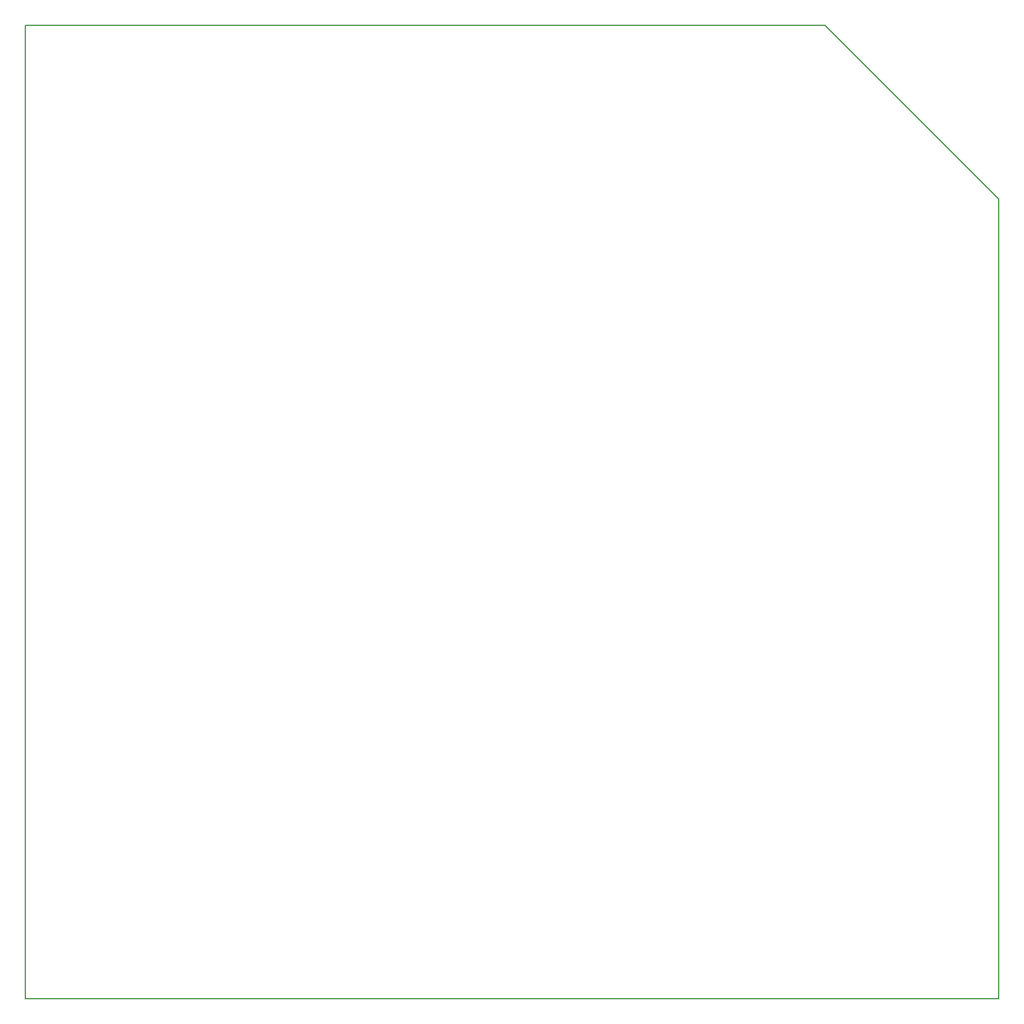
<source format=gbr>
G04 #@! TF.FileFunction,Other,User*
%FSLAX46Y46*%
G04 Gerber Fmt 4.6, Leading zero omitted, Abs format (unit mm)*
G04 Created by KiCad (PCBNEW 4.0.3-stable) date 01/11/25 11:01:01*
%MOMM*%
%LPD*%
G01*
G04 APERTURE LIST*
%ADD10C,0.100000*%
%ADD11C,0.200000*%
G04 APERTURE END LIST*
D10*
D11*
X140000000Y-25000000D02*
X165000000Y-50000000D01*
X25000000Y-165000000D02*
X25000000Y-25000000D01*
X165000000Y-165000000D02*
X25000000Y-165000000D01*
X165000000Y-50000000D02*
X165000000Y-165000000D01*
X25000000Y-25000000D02*
X140000000Y-25000000D01*
M02*

</source>
